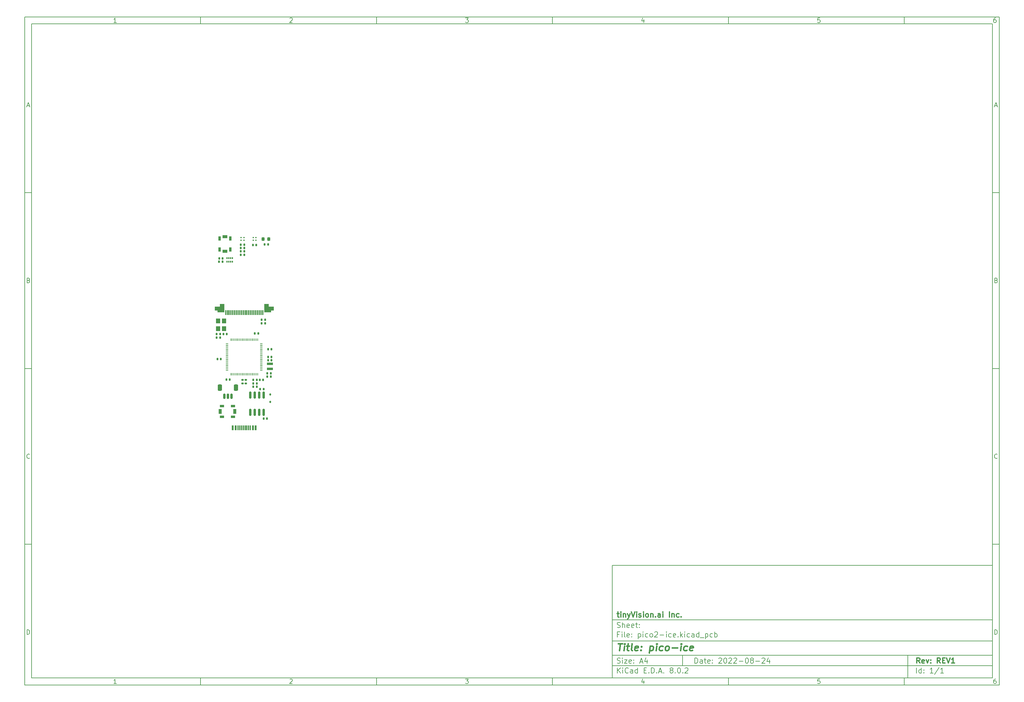
<source format=gbr>
%TF.GenerationSoftware,KiCad,Pcbnew,8.0.2*%
%TF.CreationDate,2024-10-27T15:33:14-07:00*%
%TF.ProjectId,pico2-ice,7069636f-322d-4696-9365-2e6b69636164,REV1*%
%TF.SameCoordinates,Original*%
%TF.FileFunction,Paste,Top*%
%TF.FilePolarity,Positive*%
%FSLAX46Y46*%
G04 Gerber Fmt 4.6, Leading zero omitted, Abs format (unit mm)*
G04 Created by KiCad (PCBNEW 8.0.2) date 2024-10-27 15:33:14*
%MOMM*%
%LPD*%
G01*
G04 APERTURE LIST*
G04 Aperture macros list*
%AMRoundRect*
0 Rectangle with rounded corners*
0 $1 Rounding radius*
0 $2 $3 $4 $5 $6 $7 $8 $9 X,Y pos of 4 corners*
0 Add a 4 corners polygon primitive as box body*
4,1,4,$2,$3,$4,$5,$6,$7,$8,$9,$2,$3,0*
0 Add four circle primitives for the rounded corners*
1,1,$1+$1,$2,$3*
1,1,$1+$1,$4,$5*
1,1,$1+$1,$6,$7*
1,1,$1+$1,$8,$9*
0 Add four rect primitives between the rounded corners*
20,1,$1+$1,$2,$3,$4,$5,0*
20,1,$1+$1,$4,$5,$6,$7,0*
20,1,$1+$1,$6,$7,$8,$9,0*
20,1,$1+$1,$8,$9,$2,$3,0*%
%AMFreePoly0*
4,1,21,1.328536,0.903536,1.330000,0.900000,1.330000,-1.400000,1.328536,-1.403536,1.325000,-1.405000,0.075000,-1.405000,0.071464,-1.403536,0.070000,-1.400000,0.070000,-0.705000,-1.325000,-0.705000,-1.328536,-0.703536,-1.330000,-0.700000,-1.330000,0.400000,-1.328536,0.403536,-1.325000,0.405000,-0.630000,0.405000,-0.630000,0.900000,-0.628536,0.903536,-0.625000,0.905000,1.325000,0.905000,
1.328536,0.903536,1.328536,0.903536,$1*%
%AMFreePoly1*
4,1,21,0.628536,0.903536,0.630000,0.900000,0.630000,0.405000,1.325000,0.405000,1.328536,0.403536,1.330000,0.400000,1.330000,-0.700000,1.328536,-0.703536,1.325000,-0.705000,-0.070000,-0.705000,-0.070000,-1.400000,-0.071464,-1.403536,-0.075000,-1.405000,-1.325000,-1.405000,-1.328536,-1.403536,-1.330000,-1.400000,-1.330000,0.900000,-1.328536,0.903536,-1.325000,0.905000,0.625000,0.905000,
0.628536,0.903536,0.628536,0.903536,$1*%
G04 Aperture macros list end*
%ADD10C,0.100000*%
%ADD11C,0.150000*%
%ADD12C,0.300000*%
%ADD13C,0.400000*%
%ADD14RoundRect,0.135000X0.135000X0.185000X-0.135000X0.185000X-0.135000X-0.185000X0.135000X-0.185000X0*%
%ADD15RoundRect,0.140000X0.140000X0.170000X-0.140000X0.170000X-0.140000X-0.170000X0.140000X-0.170000X0*%
%ADD16R,0.430000X0.430000*%
%ADD17RoundRect,0.135000X-0.135000X-0.185000X0.135000X-0.185000X0.135000X0.185000X-0.135000X0.185000X0*%
%ADD18RoundRect,0.140000X-0.170000X0.140000X-0.170000X-0.140000X0.170000X-0.140000X0.170000X0.140000X0*%
%ADD19RoundRect,0.140000X-0.140000X-0.170000X0.140000X-0.170000X0.140000X0.170000X-0.140000X0.170000X0*%
%ADD20RoundRect,0.218750X0.218750X0.256250X-0.218750X0.256250X-0.218750X-0.256250X0.218750X-0.256250X0*%
%ADD21R,1.400000X0.950000*%
%ADD22R,0.750000X1.150000*%
%ADD23RoundRect,0.112500X0.112500X-0.187500X0.112500X0.187500X-0.112500X0.187500X-0.112500X-0.187500X0*%
%ADD24R,0.600000X1.450000*%
%ADD25R,0.300000X1.450000*%
%ADD26RoundRect,0.150000X-0.150000X-0.625000X0.150000X-0.625000X0.150000X0.625000X-0.150000X0.625000X0*%
%ADD27RoundRect,0.250000X-0.350000X-0.650000X0.350000X-0.650000X0.350000X0.650000X-0.350000X0.650000X0*%
%ADD28RoundRect,0.150000X-0.150000X0.825000X-0.150000X-0.825000X0.150000X-0.825000X0.150000X0.825000X0*%
%ADD29R,1.700000X0.700000*%
%ADD30R,0.950000X1.400000*%
%ADD31R,1.150000X0.750000*%
%ADD32R,0.320000X0.500000*%
%ADD33R,0.100000X0.100000*%
%ADD34R,0.220000X0.780000*%
%ADD35R,0.780000X0.220000*%
%ADD36R,1.200000X1.400000*%
%ADD37R,0.300000X1.400000*%
%ADD38FreePoly0,180.000000*%
%ADD39FreePoly1,180.000000*%
G04 APERTURE END LIST*
D10*
D11*
X177002200Y-166007200D02*
X285002200Y-166007200D01*
X285002200Y-198007200D01*
X177002200Y-198007200D01*
X177002200Y-166007200D01*
D10*
D11*
X10000000Y-10000000D02*
X287002200Y-10000000D01*
X287002200Y-200007200D01*
X10000000Y-200007200D01*
X10000000Y-10000000D01*
D10*
D11*
X12000000Y-12000000D02*
X285002200Y-12000000D01*
X285002200Y-198007200D01*
X12000000Y-198007200D01*
X12000000Y-12000000D01*
D10*
D11*
X60000000Y-12000000D02*
X60000000Y-10000000D01*
D10*
D11*
X110000000Y-12000000D02*
X110000000Y-10000000D01*
D10*
D11*
X160000000Y-12000000D02*
X160000000Y-10000000D01*
D10*
D11*
X210000000Y-12000000D02*
X210000000Y-10000000D01*
D10*
D11*
X260000000Y-12000000D02*
X260000000Y-10000000D01*
D10*
D11*
X36089160Y-11593604D02*
X35346303Y-11593604D01*
X35717731Y-11593604D02*
X35717731Y-10293604D01*
X35717731Y-10293604D02*
X35593922Y-10479319D01*
X35593922Y-10479319D02*
X35470112Y-10603128D01*
X35470112Y-10603128D02*
X35346303Y-10665033D01*
D10*
D11*
X85346303Y-10417414D02*
X85408207Y-10355509D01*
X85408207Y-10355509D02*
X85532017Y-10293604D01*
X85532017Y-10293604D02*
X85841541Y-10293604D01*
X85841541Y-10293604D02*
X85965350Y-10355509D01*
X85965350Y-10355509D02*
X86027255Y-10417414D01*
X86027255Y-10417414D02*
X86089160Y-10541223D01*
X86089160Y-10541223D02*
X86089160Y-10665033D01*
X86089160Y-10665033D02*
X86027255Y-10850747D01*
X86027255Y-10850747D02*
X85284398Y-11593604D01*
X85284398Y-11593604D02*
X86089160Y-11593604D01*
D10*
D11*
X135284398Y-10293604D02*
X136089160Y-10293604D01*
X136089160Y-10293604D02*
X135655826Y-10788842D01*
X135655826Y-10788842D02*
X135841541Y-10788842D01*
X135841541Y-10788842D02*
X135965350Y-10850747D01*
X135965350Y-10850747D02*
X136027255Y-10912652D01*
X136027255Y-10912652D02*
X136089160Y-11036461D01*
X136089160Y-11036461D02*
X136089160Y-11345985D01*
X136089160Y-11345985D02*
X136027255Y-11469795D01*
X136027255Y-11469795D02*
X135965350Y-11531700D01*
X135965350Y-11531700D02*
X135841541Y-11593604D01*
X135841541Y-11593604D02*
X135470112Y-11593604D01*
X135470112Y-11593604D02*
X135346303Y-11531700D01*
X135346303Y-11531700D02*
X135284398Y-11469795D01*
D10*
D11*
X185965350Y-10726938D02*
X185965350Y-11593604D01*
X185655826Y-10231700D02*
X185346303Y-11160271D01*
X185346303Y-11160271D02*
X186151064Y-11160271D01*
D10*
D11*
X236027255Y-10293604D02*
X235408207Y-10293604D01*
X235408207Y-10293604D02*
X235346303Y-10912652D01*
X235346303Y-10912652D02*
X235408207Y-10850747D01*
X235408207Y-10850747D02*
X235532017Y-10788842D01*
X235532017Y-10788842D02*
X235841541Y-10788842D01*
X235841541Y-10788842D02*
X235965350Y-10850747D01*
X235965350Y-10850747D02*
X236027255Y-10912652D01*
X236027255Y-10912652D02*
X236089160Y-11036461D01*
X236089160Y-11036461D02*
X236089160Y-11345985D01*
X236089160Y-11345985D02*
X236027255Y-11469795D01*
X236027255Y-11469795D02*
X235965350Y-11531700D01*
X235965350Y-11531700D02*
X235841541Y-11593604D01*
X235841541Y-11593604D02*
X235532017Y-11593604D01*
X235532017Y-11593604D02*
X235408207Y-11531700D01*
X235408207Y-11531700D02*
X235346303Y-11469795D01*
D10*
D11*
X285965350Y-10293604D02*
X285717731Y-10293604D01*
X285717731Y-10293604D02*
X285593922Y-10355509D01*
X285593922Y-10355509D02*
X285532017Y-10417414D01*
X285532017Y-10417414D02*
X285408207Y-10603128D01*
X285408207Y-10603128D02*
X285346303Y-10850747D01*
X285346303Y-10850747D02*
X285346303Y-11345985D01*
X285346303Y-11345985D02*
X285408207Y-11469795D01*
X285408207Y-11469795D02*
X285470112Y-11531700D01*
X285470112Y-11531700D02*
X285593922Y-11593604D01*
X285593922Y-11593604D02*
X285841541Y-11593604D01*
X285841541Y-11593604D02*
X285965350Y-11531700D01*
X285965350Y-11531700D02*
X286027255Y-11469795D01*
X286027255Y-11469795D02*
X286089160Y-11345985D01*
X286089160Y-11345985D02*
X286089160Y-11036461D01*
X286089160Y-11036461D02*
X286027255Y-10912652D01*
X286027255Y-10912652D02*
X285965350Y-10850747D01*
X285965350Y-10850747D02*
X285841541Y-10788842D01*
X285841541Y-10788842D02*
X285593922Y-10788842D01*
X285593922Y-10788842D02*
X285470112Y-10850747D01*
X285470112Y-10850747D02*
X285408207Y-10912652D01*
X285408207Y-10912652D02*
X285346303Y-11036461D01*
D10*
D11*
X60000000Y-198007200D02*
X60000000Y-200007200D01*
D10*
D11*
X110000000Y-198007200D02*
X110000000Y-200007200D01*
D10*
D11*
X160000000Y-198007200D02*
X160000000Y-200007200D01*
D10*
D11*
X210000000Y-198007200D02*
X210000000Y-200007200D01*
D10*
D11*
X260000000Y-198007200D02*
X260000000Y-200007200D01*
D10*
D11*
X36089160Y-199600804D02*
X35346303Y-199600804D01*
X35717731Y-199600804D02*
X35717731Y-198300804D01*
X35717731Y-198300804D02*
X35593922Y-198486519D01*
X35593922Y-198486519D02*
X35470112Y-198610328D01*
X35470112Y-198610328D02*
X35346303Y-198672233D01*
D10*
D11*
X85346303Y-198424614D02*
X85408207Y-198362709D01*
X85408207Y-198362709D02*
X85532017Y-198300804D01*
X85532017Y-198300804D02*
X85841541Y-198300804D01*
X85841541Y-198300804D02*
X85965350Y-198362709D01*
X85965350Y-198362709D02*
X86027255Y-198424614D01*
X86027255Y-198424614D02*
X86089160Y-198548423D01*
X86089160Y-198548423D02*
X86089160Y-198672233D01*
X86089160Y-198672233D02*
X86027255Y-198857947D01*
X86027255Y-198857947D02*
X85284398Y-199600804D01*
X85284398Y-199600804D02*
X86089160Y-199600804D01*
D10*
D11*
X135284398Y-198300804D02*
X136089160Y-198300804D01*
X136089160Y-198300804D02*
X135655826Y-198796042D01*
X135655826Y-198796042D02*
X135841541Y-198796042D01*
X135841541Y-198796042D02*
X135965350Y-198857947D01*
X135965350Y-198857947D02*
X136027255Y-198919852D01*
X136027255Y-198919852D02*
X136089160Y-199043661D01*
X136089160Y-199043661D02*
X136089160Y-199353185D01*
X136089160Y-199353185D02*
X136027255Y-199476995D01*
X136027255Y-199476995D02*
X135965350Y-199538900D01*
X135965350Y-199538900D02*
X135841541Y-199600804D01*
X135841541Y-199600804D02*
X135470112Y-199600804D01*
X135470112Y-199600804D02*
X135346303Y-199538900D01*
X135346303Y-199538900D02*
X135284398Y-199476995D01*
D10*
D11*
X185965350Y-198734138D02*
X185965350Y-199600804D01*
X185655826Y-198238900D02*
X185346303Y-199167471D01*
X185346303Y-199167471D02*
X186151064Y-199167471D01*
D10*
D11*
X236027255Y-198300804D02*
X235408207Y-198300804D01*
X235408207Y-198300804D02*
X235346303Y-198919852D01*
X235346303Y-198919852D02*
X235408207Y-198857947D01*
X235408207Y-198857947D02*
X235532017Y-198796042D01*
X235532017Y-198796042D02*
X235841541Y-198796042D01*
X235841541Y-198796042D02*
X235965350Y-198857947D01*
X235965350Y-198857947D02*
X236027255Y-198919852D01*
X236027255Y-198919852D02*
X236089160Y-199043661D01*
X236089160Y-199043661D02*
X236089160Y-199353185D01*
X236089160Y-199353185D02*
X236027255Y-199476995D01*
X236027255Y-199476995D02*
X235965350Y-199538900D01*
X235965350Y-199538900D02*
X235841541Y-199600804D01*
X235841541Y-199600804D02*
X235532017Y-199600804D01*
X235532017Y-199600804D02*
X235408207Y-199538900D01*
X235408207Y-199538900D02*
X235346303Y-199476995D01*
D10*
D11*
X285965350Y-198300804D02*
X285717731Y-198300804D01*
X285717731Y-198300804D02*
X285593922Y-198362709D01*
X285593922Y-198362709D02*
X285532017Y-198424614D01*
X285532017Y-198424614D02*
X285408207Y-198610328D01*
X285408207Y-198610328D02*
X285346303Y-198857947D01*
X285346303Y-198857947D02*
X285346303Y-199353185D01*
X285346303Y-199353185D02*
X285408207Y-199476995D01*
X285408207Y-199476995D02*
X285470112Y-199538900D01*
X285470112Y-199538900D02*
X285593922Y-199600804D01*
X285593922Y-199600804D02*
X285841541Y-199600804D01*
X285841541Y-199600804D02*
X285965350Y-199538900D01*
X285965350Y-199538900D02*
X286027255Y-199476995D01*
X286027255Y-199476995D02*
X286089160Y-199353185D01*
X286089160Y-199353185D02*
X286089160Y-199043661D01*
X286089160Y-199043661D02*
X286027255Y-198919852D01*
X286027255Y-198919852D02*
X285965350Y-198857947D01*
X285965350Y-198857947D02*
X285841541Y-198796042D01*
X285841541Y-198796042D02*
X285593922Y-198796042D01*
X285593922Y-198796042D02*
X285470112Y-198857947D01*
X285470112Y-198857947D02*
X285408207Y-198919852D01*
X285408207Y-198919852D02*
X285346303Y-199043661D01*
D10*
D11*
X10000000Y-60000000D02*
X12000000Y-60000000D01*
D10*
D11*
X10000000Y-110000000D02*
X12000000Y-110000000D01*
D10*
D11*
X10000000Y-160000000D02*
X12000000Y-160000000D01*
D10*
D11*
X10690476Y-35222176D02*
X11309523Y-35222176D01*
X10566666Y-35593604D02*
X10999999Y-34293604D01*
X10999999Y-34293604D02*
X11433333Y-35593604D01*
D10*
D11*
X11092857Y-84912652D02*
X11278571Y-84974557D01*
X11278571Y-84974557D02*
X11340476Y-85036461D01*
X11340476Y-85036461D02*
X11402380Y-85160271D01*
X11402380Y-85160271D02*
X11402380Y-85345985D01*
X11402380Y-85345985D02*
X11340476Y-85469795D01*
X11340476Y-85469795D02*
X11278571Y-85531700D01*
X11278571Y-85531700D02*
X11154761Y-85593604D01*
X11154761Y-85593604D02*
X10659523Y-85593604D01*
X10659523Y-85593604D02*
X10659523Y-84293604D01*
X10659523Y-84293604D02*
X11092857Y-84293604D01*
X11092857Y-84293604D02*
X11216666Y-84355509D01*
X11216666Y-84355509D02*
X11278571Y-84417414D01*
X11278571Y-84417414D02*
X11340476Y-84541223D01*
X11340476Y-84541223D02*
X11340476Y-84665033D01*
X11340476Y-84665033D02*
X11278571Y-84788842D01*
X11278571Y-84788842D02*
X11216666Y-84850747D01*
X11216666Y-84850747D02*
X11092857Y-84912652D01*
X11092857Y-84912652D02*
X10659523Y-84912652D01*
D10*
D11*
X11402380Y-135469795D02*
X11340476Y-135531700D01*
X11340476Y-135531700D02*
X11154761Y-135593604D01*
X11154761Y-135593604D02*
X11030952Y-135593604D01*
X11030952Y-135593604D02*
X10845238Y-135531700D01*
X10845238Y-135531700D02*
X10721428Y-135407890D01*
X10721428Y-135407890D02*
X10659523Y-135284080D01*
X10659523Y-135284080D02*
X10597619Y-135036461D01*
X10597619Y-135036461D02*
X10597619Y-134850747D01*
X10597619Y-134850747D02*
X10659523Y-134603128D01*
X10659523Y-134603128D02*
X10721428Y-134479319D01*
X10721428Y-134479319D02*
X10845238Y-134355509D01*
X10845238Y-134355509D02*
X11030952Y-134293604D01*
X11030952Y-134293604D02*
X11154761Y-134293604D01*
X11154761Y-134293604D02*
X11340476Y-134355509D01*
X11340476Y-134355509D02*
X11402380Y-134417414D01*
D10*
D11*
X10659523Y-185593604D02*
X10659523Y-184293604D01*
X10659523Y-184293604D02*
X10969047Y-184293604D01*
X10969047Y-184293604D02*
X11154761Y-184355509D01*
X11154761Y-184355509D02*
X11278571Y-184479319D01*
X11278571Y-184479319D02*
X11340476Y-184603128D01*
X11340476Y-184603128D02*
X11402380Y-184850747D01*
X11402380Y-184850747D02*
X11402380Y-185036461D01*
X11402380Y-185036461D02*
X11340476Y-185284080D01*
X11340476Y-185284080D02*
X11278571Y-185407890D01*
X11278571Y-185407890D02*
X11154761Y-185531700D01*
X11154761Y-185531700D02*
X10969047Y-185593604D01*
X10969047Y-185593604D02*
X10659523Y-185593604D01*
D10*
D11*
X287002200Y-60000000D02*
X285002200Y-60000000D01*
D10*
D11*
X287002200Y-110000000D02*
X285002200Y-110000000D01*
D10*
D11*
X287002200Y-160000000D02*
X285002200Y-160000000D01*
D10*
D11*
X285692676Y-35222176D02*
X286311723Y-35222176D01*
X285568866Y-35593604D02*
X286002199Y-34293604D01*
X286002199Y-34293604D02*
X286435533Y-35593604D01*
D10*
D11*
X286095057Y-84912652D02*
X286280771Y-84974557D01*
X286280771Y-84974557D02*
X286342676Y-85036461D01*
X286342676Y-85036461D02*
X286404580Y-85160271D01*
X286404580Y-85160271D02*
X286404580Y-85345985D01*
X286404580Y-85345985D02*
X286342676Y-85469795D01*
X286342676Y-85469795D02*
X286280771Y-85531700D01*
X286280771Y-85531700D02*
X286156961Y-85593604D01*
X286156961Y-85593604D02*
X285661723Y-85593604D01*
X285661723Y-85593604D02*
X285661723Y-84293604D01*
X285661723Y-84293604D02*
X286095057Y-84293604D01*
X286095057Y-84293604D02*
X286218866Y-84355509D01*
X286218866Y-84355509D02*
X286280771Y-84417414D01*
X286280771Y-84417414D02*
X286342676Y-84541223D01*
X286342676Y-84541223D02*
X286342676Y-84665033D01*
X286342676Y-84665033D02*
X286280771Y-84788842D01*
X286280771Y-84788842D02*
X286218866Y-84850747D01*
X286218866Y-84850747D02*
X286095057Y-84912652D01*
X286095057Y-84912652D02*
X285661723Y-84912652D01*
D10*
D11*
X286404580Y-135469795D02*
X286342676Y-135531700D01*
X286342676Y-135531700D02*
X286156961Y-135593604D01*
X286156961Y-135593604D02*
X286033152Y-135593604D01*
X286033152Y-135593604D02*
X285847438Y-135531700D01*
X285847438Y-135531700D02*
X285723628Y-135407890D01*
X285723628Y-135407890D02*
X285661723Y-135284080D01*
X285661723Y-135284080D02*
X285599819Y-135036461D01*
X285599819Y-135036461D02*
X285599819Y-134850747D01*
X285599819Y-134850747D02*
X285661723Y-134603128D01*
X285661723Y-134603128D02*
X285723628Y-134479319D01*
X285723628Y-134479319D02*
X285847438Y-134355509D01*
X285847438Y-134355509D02*
X286033152Y-134293604D01*
X286033152Y-134293604D02*
X286156961Y-134293604D01*
X286156961Y-134293604D02*
X286342676Y-134355509D01*
X286342676Y-134355509D02*
X286404580Y-134417414D01*
D10*
D11*
X285661723Y-185593604D02*
X285661723Y-184293604D01*
X285661723Y-184293604D02*
X285971247Y-184293604D01*
X285971247Y-184293604D02*
X286156961Y-184355509D01*
X286156961Y-184355509D02*
X286280771Y-184479319D01*
X286280771Y-184479319D02*
X286342676Y-184603128D01*
X286342676Y-184603128D02*
X286404580Y-184850747D01*
X286404580Y-184850747D02*
X286404580Y-185036461D01*
X286404580Y-185036461D02*
X286342676Y-185284080D01*
X286342676Y-185284080D02*
X286280771Y-185407890D01*
X286280771Y-185407890D02*
X286156961Y-185531700D01*
X286156961Y-185531700D02*
X285971247Y-185593604D01*
X285971247Y-185593604D02*
X285661723Y-185593604D01*
D10*
D11*
X200458026Y-193793328D02*
X200458026Y-192293328D01*
X200458026Y-192293328D02*
X200815169Y-192293328D01*
X200815169Y-192293328D02*
X201029455Y-192364757D01*
X201029455Y-192364757D02*
X201172312Y-192507614D01*
X201172312Y-192507614D02*
X201243741Y-192650471D01*
X201243741Y-192650471D02*
X201315169Y-192936185D01*
X201315169Y-192936185D02*
X201315169Y-193150471D01*
X201315169Y-193150471D02*
X201243741Y-193436185D01*
X201243741Y-193436185D02*
X201172312Y-193579042D01*
X201172312Y-193579042D02*
X201029455Y-193721900D01*
X201029455Y-193721900D02*
X200815169Y-193793328D01*
X200815169Y-193793328D02*
X200458026Y-193793328D01*
X202600884Y-193793328D02*
X202600884Y-193007614D01*
X202600884Y-193007614D02*
X202529455Y-192864757D01*
X202529455Y-192864757D02*
X202386598Y-192793328D01*
X202386598Y-192793328D02*
X202100884Y-192793328D01*
X202100884Y-192793328D02*
X201958026Y-192864757D01*
X202600884Y-193721900D02*
X202458026Y-193793328D01*
X202458026Y-193793328D02*
X202100884Y-193793328D01*
X202100884Y-193793328D02*
X201958026Y-193721900D01*
X201958026Y-193721900D02*
X201886598Y-193579042D01*
X201886598Y-193579042D02*
X201886598Y-193436185D01*
X201886598Y-193436185D02*
X201958026Y-193293328D01*
X201958026Y-193293328D02*
X202100884Y-193221900D01*
X202100884Y-193221900D02*
X202458026Y-193221900D01*
X202458026Y-193221900D02*
X202600884Y-193150471D01*
X203100884Y-192793328D02*
X203672312Y-192793328D01*
X203315169Y-192293328D02*
X203315169Y-193579042D01*
X203315169Y-193579042D02*
X203386598Y-193721900D01*
X203386598Y-193721900D02*
X203529455Y-193793328D01*
X203529455Y-193793328D02*
X203672312Y-193793328D01*
X204743741Y-193721900D02*
X204600884Y-193793328D01*
X204600884Y-193793328D02*
X204315170Y-193793328D01*
X204315170Y-193793328D02*
X204172312Y-193721900D01*
X204172312Y-193721900D02*
X204100884Y-193579042D01*
X204100884Y-193579042D02*
X204100884Y-193007614D01*
X204100884Y-193007614D02*
X204172312Y-192864757D01*
X204172312Y-192864757D02*
X204315170Y-192793328D01*
X204315170Y-192793328D02*
X204600884Y-192793328D01*
X204600884Y-192793328D02*
X204743741Y-192864757D01*
X204743741Y-192864757D02*
X204815170Y-193007614D01*
X204815170Y-193007614D02*
X204815170Y-193150471D01*
X204815170Y-193150471D02*
X204100884Y-193293328D01*
X205458026Y-193650471D02*
X205529455Y-193721900D01*
X205529455Y-193721900D02*
X205458026Y-193793328D01*
X205458026Y-193793328D02*
X205386598Y-193721900D01*
X205386598Y-193721900D02*
X205458026Y-193650471D01*
X205458026Y-193650471D02*
X205458026Y-193793328D01*
X205458026Y-192864757D02*
X205529455Y-192936185D01*
X205529455Y-192936185D02*
X205458026Y-193007614D01*
X205458026Y-193007614D02*
X205386598Y-192936185D01*
X205386598Y-192936185D02*
X205458026Y-192864757D01*
X205458026Y-192864757D02*
X205458026Y-193007614D01*
X207243741Y-192436185D02*
X207315169Y-192364757D01*
X207315169Y-192364757D02*
X207458027Y-192293328D01*
X207458027Y-192293328D02*
X207815169Y-192293328D01*
X207815169Y-192293328D02*
X207958027Y-192364757D01*
X207958027Y-192364757D02*
X208029455Y-192436185D01*
X208029455Y-192436185D02*
X208100884Y-192579042D01*
X208100884Y-192579042D02*
X208100884Y-192721900D01*
X208100884Y-192721900D02*
X208029455Y-192936185D01*
X208029455Y-192936185D02*
X207172312Y-193793328D01*
X207172312Y-193793328D02*
X208100884Y-193793328D01*
X209029455Y-192293328D02*
X209172312Y-192293328D01*
X209172312Y-192293328D02*
X209315169Y-192364757D01*
X209315169Y-192364757D02*
X209386598Y-192436185D01*
X209386598Y-192436185D02*
X209458026Y-192579042D01*
X209458026Y-192579042D02*
X209529455Y-192864757D01*
X209529455Y-192864757D02*
X209529455Y-193221900D01*
X209529455Y-193221900D02*
X209458026Y-193507614D01*
X209458026Y-193507614D02*
X209386598Y-193650471D01*
X209386598Y-193650471D02*
X209315169Y-193721900D01*
X209315169Y-193721900D02*
X209172312Y-193793328D01*
X209172312Y-193793328D02*
X209029455Y-193793328D01*
X209029455Y-193793328D02*
X208886598Y-193721900D01*
X208886598Y-193721900D02*
X208815169Y-193650471D01*
X208815169Y-193650471D02*
X208743740Y-193507614D01*
X208743740Y-193507614D02*
X208672312Y-193221900D01*
X208672312Y-193221900D02*
X208672312Y-192864757D01*
X208672312Y-192864757D02*
X208743740Y-192579042D01*
X208743740Y-192579042D02*
X208815169Y-192436185D01*
X208815169Y-192436185D02*
X208886598Y-192364757D01*
X208886598Y-192364757D02*
X209029455Y-192293328D01*
X210100883Y-192436185D02*
X210172311Y-192364757D01*
X210172311Y-192364757D02*
X210315169Y-192293328D01*
X210315169Y-192293328D02*
X210672311Y-192293328D01*
X210672311Y-192293328D02*
X210815169Y-192364757D01*
X210815169Y-192364757D02*
X210886597Y-192436185D01*
X210886597Y-192436185D02*
X210958026Y-192579042D01*
X210958026Y-192579042D02*
X210958026Y-192721900D01*
X210958026Y-192721900D02*
X210886597Y-192936185D01*
X210886597Y-192936185D02*
X210029454Y-193793328D01*
X210029454Y-193793328D02*
X210958026Y-193793328D01*
X211529454Y-192436185D02*
X211600882Y-192364757D01*
X211600882Y-192364757D02*
X211743740Y-192293328D01*
X211743740Y-192293328D02*
X212100882Y-192293328D01*
X212100882Y-192293328D02*
X212243740Y-192364757D01*
X212243740Y-192364757D02*
X212315168Y-192436185D01*
X212315168Y-192436185D02*
X212386597Y-192579042D01*
X212386597Y-192579042D02*
X212386597Y-192721900D01*
X212386597Y-192721900D02*
X212315168Y-192936185D01*
X212315168Y-192936185D02*
X211458025Y-193793328D01*
X211458025Y-193793328D02*
X212386597Y-193793328D01*
X213029453Y-193221900D02*
X214172311Y-193221900D01*
X215172311Y-192293328D02*
X215315168Y-192293328D01*
X215315168Y-192293328D02*
X215458025Y-192364757D01*
X215458025Y-192364757D02*
X215529454Y-192436185D01*
X215529454Y-192436185D02*
X215600882Y-192579042D01*
X215600882Y-192579042D02*
X215672311Y-192864757D01*
X215672311Y-192864757D02*
X215672311Y-193221900D01*
X215672311Y-193221900D02*
X215600882Y-193507614D01*
X215600882Y-193507614D02*
X215529454Y-193650471D01*
X215529454Y-193650471D02*
X215458025Y-193721900D01*
X215458025Y-193721900D02*
X215315168Y-193793328D01*
X215315168Y-193793328D02*
X215172311Y-193793328D01*
X215172311Y-193793328D02*
X215029454Y-193721900D01*
X215029454Y-193721900D02*
X214958025Y-193650471D01*
X214958025Y-193650471D02*
X214886596Y-193507614D01*
X214886596Y-193507614D02*
X214815168Y-193221900D01*
X214815168Y-193221900D02*
X214815168Y-192864757D01*
X214815168Y-192864757D02*
X214886596Y-192579042D01*
X214886596Y-192579042D02*
X214958025Y-192436185D01*
X214958025Y-192436185D02*
X215029454Y-192364757D01*
X215029454Y-192364757D02*
X215172311Y-192293328D01*
X216529453Y-192936185D02*
X216386596Y-192864757D01*
X216386596Y-192864757D02*
X216315167Y-192793328D01*
X216315167Y-192793328D02*
X216243739Y-192650471D01*
X216243739Y-192650471D02*
X216243739Y-192579042D01*
X216243739Y-192579042D02*
X216315167Y-192436185D01*
X216315167Y-192436185D02*
X216386596Y-192364757D01*
X216386596Y-192364757D02*
X216529453Y-192293328D01*
X216529453Y-192293328D02*
X216815167Y-192293328D01*
X216815167Y-192293328D02*
X216958025Y-192364757D01*
X216958025Y-192364757D02*
X217029453Y-192436185D01*
X217029453Y-192436185D02*
X217100882Y-192579042D01*
X217100882Y-192579042D02*
X217100882Y-192650471D01*
X217100882Y-192650471D02*
X217029453Y-192793328D01*
X217029453Y-192793328D02*
X216958025Y-192864757D01*
X216958025Y-192864757D02*
X216815167Y-192936185D01*
X216815167Y-192936185D02*
X216529453Y-192936185D01*
X216529453Y-192936185D02*
X216386596Y-193007614D01*
X216386596Y-193007614D02*
X216315167Y-193079042D01*
X216315167Y-193079042D02*
X216243739Y-193221900D01*
X216243739Y-193221900D02*
X216243739Y-193507614D01*
X216243739Y-193507614D02*
X216315167Y-193650471D01*
X216315167Y-193650471D02*
X216386596Y-193721900D01*
X216386596Y-193721900D02*
X216529453Y-193793328D01*
X216529453Y-193793328D02*
X216815167Y-193793328D01*
X216815167Y-193793328D02*
X216958025Y-193721900D01*
X216958025Y-193721900D02*
X217029453Y-193650471D01*
X217029453Y-193650471D02*
X217100882Y-193507614D01*
X217100882Y-193507614D02*
X217100882Y-193221900D01*
X217100882Y-193221900D02*
X217029453Y-193079042D01*
X217029453Y-193079042D02*
X216958025Y-193007614D01*
X216958025Y-193007614D02*
X216815167Y-192936185D01*
X217743738Y-193221900D02*
X218886596Y-193221900D01*
X219529453Y-192436185D02*
X219600881Y-192364757D01*
X219600881Y-192364757D02*
X219743739Y-192293328D01*
X219743739Y-192293328D02*
X220100881Y-192293328D01*
X220100881Y-192293328D02*
X220243739Y-192364757D01*
X220243739Y-192364757D02*
X220315167Y-192436185D01*
X220315167Y-192436185D02*
X220386596Y-192579042D01*
X220386596Y-192579042D02*
X220386596Y-192721900D01*
X220386596Y-192721900D02*
X220315167Y-192936185D01*
X220315167Y-192936185D02*
X219458024Y-193793328D01*
X219458024Y-193793328D02*
X220386596Y-193793328D01*
X221672310Y-192793328D02*
X221672310Y-193793328D01*
X221315167Y-192221900D02*
X220958024Y-193293328D01*
X220958024Y-193293328D02*
X221886595Y-193293328D01*
D10*
D11*
X177002200Y-194507200D02*
X285002200Y-194507200D01*
D10*
D11*
X178458026Y-196593328D02*
X178458026Y-195093328D01*
X179315169Y-196593328D02*
X178672312Y-195736185D01*
X179315169Y-195093328D02*
X178458026Y-195950471D01*
X179958026Y-196593328D02*
X179958026Y-195593328D01*
X179958026Y-195093328D02*
X179886598Y-195164757D01*
X179886598Y-195164757D02*
X179958026Y-195236185D01*
X179958026Y-195236185D02*
X180029455Y-195164757D01*
X180029455Y-195164757D02*
X179958026Y-195093328D01*
X179958026Y-195093328D02*
X179958026Y-195236185D01*
X181529455Y-196450471D02*
X181458027Y-196521900D01*
X181458027Y-196521900D02*
X181243741Y-196593328D01*
X181243741Y-196593328D02*
X181100884Y-196593328D01*
X181100884Y-196593328D02*
X180886598Y-196521900D01*
X180886598Y-196521900D02*
X180743741Y-196379042D01*
X180743741Y-196379042D02*
X180672312Y-196236185D01*
X180672312Y-196236185D02*
X180600884Y-195950471D01*
X180600884Y-195950471D02*
X180600884Y-195736185D01*
X180600884Y-195736185D02*
X180672312Y-195450471D01*
X180672312Y-195450471D02*
X180743741Y-195307614D01*
X180743741Y-195307614D02*
X180886598Y-195164757D01*
X180886598Y-195164757D02*
X181100884Y-195093328D01*
X181100884Y-195093328D02*
X181243741Y-195093328D01*
X181243741Y-195093328D02*
X181458027Y-195164757D01*
X181458027Y-195164757D02*
X181529455Y-195236185D01*
X182815170Y-196593328D02*
X182815170Y-195807614D01*
X182815170Y-195807614D02*
X182743741Y-195664757D01*
X182743741Y-195664757D02*
X182600884Y-195593328D01*
X182600884Y-195593328D02*
X182315170Y-195593328D01*
X182315170Y-195593328D02*
X182172312Y-195664757D01*
X182815170Y-196521900D02*
X182672312Y-196593328D01*
X182672312Y-196593328D02*
X182315170Y-196593328D01*
X182315170Y-196593328D02*
X182172312Y-196521900D01*
X182172312Y-196521900D02*
X182100884Y-196379042D01*
X182100884Y-196379042D02*
X182100884Y-196236185D01*
X182100884Y-196236185D02*
X182172312Y-196093328D01*
X182172312Y-196093328D02*
X182315170Y-196021900D01*
X182315170Y-196021900D02*
X182672312Y-196021900D01*
X182672312Y-196021900D02*
X182815170Y-195950471D01*
X184172313Y-196593328D02*
X184172313Y-195093328D01*
X184172313Y-196521900D02*
X184029455Y-196593328D01*
X184029455Y-196593328D02*
X183743741Y-196593328D01*
X183743741Y-196593328D02*
X183600884Y-196521900D01*
X183600884Y-196521900D02*
X183529455Y-196450471D01*
X183529455Y-196450471D02*
X183458027Y-196307614D01*
X183458027Y-196307614D02*
X183458027Y-195879042D01*
X183458027Y-195879042D02*
X183529455Y-195736185D01*
X183529455Y-195736185D02*
X183600884Y-195664757D01*
X183600884Y-195664757D02*
X183743741Y-195593328D01*
X183743741Y-195593328D02*
X184029455Y-195593328D01*
X184029455Y-195593328D02*
X184172313Y-195664757D01*
X186029455Y-195807614D02*
X186529455Y-195807614D01*
X186743741Y-196593328D02*
X186029455Y-196593328D01*
X186029455Y-196593328D02*
X186029455Y-195093328D01*
X186029455Y-195093328D02*
X186743741Y-195093328D01*
X187386598Y-196450471D02*
X187458027Y-196521900D01*
X187458027Y-196521900D02*
X187386598Y-196593328D01*
X187386598Y-196593328D02*
X187315170Y-196521900D01*
X187315170Y-196521900D02*
X187386598Y-196450471D01*
X187386598Y-196450471D02*
X187386598Y-196593328D01*
X188100884Y-196593328D02*
X188100884Y-195093328D01*
X188100884Y-195093328D02*
X188458027Y-195093328D01*
X188458027Y-195093328D02*
X188672313Y-195164757D01*
X188672313Y-195164757D02*
X188815170Y-195307614D01*
X188815170Y-195307614D02*
X188886599Y-195450471D01*
X188886599Y-195450471D02*
X188958027Y-195736185D01*
X188958027Y-195736185D02*
X188958027Y-195950471D01*
X188958027Y-195950471D02*
X188886599Y-196236185D01*
X188886599Y-196236185D02*
X188815170Y-196379042D01*
X188815170Y-196379042D02*
X188672313Y-196521900D01*
X188672313Y-196521900D02*
X188458027Y-196593328D01*
X188458027Y-196593328D02*
X188100884Y-196593328D01*
X189600884Y-196450471D02*
X189672313Y-196521900D01*
X189672313Y-196521900D02*
X189600884Y-196593328D01*
X189600884Y-196593328D02*
X189529456Y-196521900D01*
X189529456Y-196521900D02*
X189600884Y-196450471D01*
X189600884Y-196450471D02*
X189600884Y-196593328D01*
X190243742Y-196164757D02*
X190958028Y-196164757D01*
X190100885Y-196593328D02*
X190600885Y-195093328D01*
X190600885Y-195093328D02*
X191100885Y-196593328D01*
X191600884Y-196450471D02*
X191672313Y-196521900D01*
X191672313Y-196521900D02*
X191600884Y-196593328D01*
X191600884Y-196593328D02*
X191529456Y-196521900D01*
X191529456Y-196521900D02*
X191600884Y-196450471D01*
X191600884Y-196450471D02*
X191600884Y-196593328D01*
X193672313Y-195736185D02*
X193529456Y-195664757D01*
X193529456Y-195664757D02*
X193458027Y-195593328D01*
X193458027Y-195593328D02*
X193386599Y-195450471D01*
X193386599Y-195450471D02*
X193386599Y-195379042D01*
X193386599Y-195379042D02*
X193458027Y-195236185D01*
X193458027Y-195236185D02*
X193529456Y-195164757D01*
X193529456Y-195164757D02*
X193672313Y-195093328D01*
X193672313Y-195093328D02*
X193958027Y-195093328D01*
X193958027Y-195093328D02*
X194100885Y-195164757D01*
X194100885Y-195164757D02*
X194172313Y-195236185D01*
X194172313Y-195236185D02*
X194243742Y-195379042D01*
X194243742Y-195379042D02*
X194243742Y-195450471D01*
X194243742Y-195450471D02*
X194172313Y-195593328D01*
X194172313Y-195593328D02*
X194100885Y-195664757D01*
X194100885Y-195664757D02*
X193958027Y-195736185D01*
X193958027Y-195736185D02*
X193672313Y-195736185D01*
X193672313Y-195736185D02*
X193529456Y-195807614D01*
X193529456Y-195807614D02*
X193458027Y-195879042D01*
X193458027Y-195879042D02*
X193386599Y-196021900D01*
X193386599Y-196021900D02*
X193386599Y-196307614D01*
X193386599Y-196307614D02*
X193458027Y-196450471D01*
X193458027Y-196450471D02*
X193529456Y-196521900D01*
X193529456Y-196521900D02*
X193672313Y-196593328D01*
X193672313Y-196593328D02*
X193958027Y-196593328D01*
X193958027Y-196593328D02*
X194100885Y-196521900D01*
X194100885Y-196521900D02*
X194172313Y-196450471D01*
X194172313Y-196450471D02*
X194243742Y-196307614D01*
X194243742Y-196307614D02*
X194243742Y-196021900D01*
X194243742Y-196021900D02*
X194172313Y-195879042D01*
X194172313Y-195879042D02*
X194100885Y-195807614D01*
X194100885Y-195807614D02*
X193958027Y-195736185D01*
X194886598Y-196450471D02*
X194958027Y-196521900D01*
X194958027Y-196521900D02*
X194886598Y-196593328D01*
X194886598Y-196593328D02*
X194815170Y-196521900D01*
X194815170Y-196521900D02*
X194886598Y-196450471D01*
X194886598Y-196450471D02*
X194886598Y-196593328D01*
X195886599Y-195093328D02*
X196029456Y-195093328D01*
X196029456Y-195093328D02*
X196172313Y-195164757D01*
X196172313Y-195164757D02*
X196243742Y-195236185D01*
X196243742Y-195236185D02*
X196315170Y-195379042D01*
X196315170Y-195379042D02*
X196386599Y-195664757D01*
X196386599Y-195664757D02*
X196386599Y-196021900D01*
X196386599Y-196021900D02*
X196315170Y-196307614D01*
X196315170Y-196307614D02*
X196243742Y-196450471D01*
X196243742Y-196450471D02*
X196172313Y-196521900D01*
X196172313Y-196521900D02*
X196029456Y-196593328D01*
X196029456Y-196593328D02*
X195886599Y-196593328D01*
X195886599Y-196593328D02*
X195743742Y-196521900D01*
X195743742Y-196521900D02*
X195672313Y-196450471D01*
X195672313Y-196450471D02*
X195600884Y-196307614D01*
X195600884Y-196307614D02*
X195529456Y-196021900D01*
X195529456Y-196021900D02*
X195529456Y-195664757D01*
X195529456Y-195664757D02*
X195600884Y-195379042D01*
X195600884Y-195379042D02*
X195672313Y-195236185D01*
X195672313Y-195236185D02*
X195743742Y-195164757D01*
X195743742Y-195164757D02*
X195886599Y-195093328D01*
X197029455Y-196450471D02*
X197100884Y-196521900D01*
X197100884Y-196521900D02*
X197029455Y-196593328D01*
X197029455Y-196593328D02*
X196958027Y-196521900D01*
X196958027Y-196521900D02*
X197029455Y-196450471D01*
X197029455Y-196450471D02*
X197029455Y-196593328D01*
X197672313Y-195236185D02*
X197743741Y-195164757D01*
X197743741Y-195164757D02*
X197886599Y-195093328D01*
X197886599Y-195093328D02*
X198243741Y-195093328D01*
X198243741Y-195093328D02*
X198386599Y-195164757D01*
X198386599Y-195164757D02*
X198458027Y-195236185D01*
X198458027Y-195236185D02*
X198529456Y-195379042D01*
X198529456Y-195379042D02*
X198529456Y-195521900D01*
X198529456Y-195521900D02*
X198458027Y-195736185D01*
X198458027Y-195736185D02*
X197600884Y-196593328D01*
X197600884Y-196593328D02*
X198529456Y-196593328D01*
D10*
D11*
X177002200Y-191507200D02*
X285002200Y-191507200D01*
D10*
D12*
X264413853Y-193785528D02*
X263913853Y-193071242D01*
X263556710Y-193785528D02*
X263556710Y-192285528D01*
X263556710Y-192285528D02*
X264128139Y-192285528D01*
X264128139Y-192285528D02*
X264270996Y-192356957D01*
X264270996Y-192356957D02*
X264342425Y-192428385D01*
X264342425Y-192428385D02*
X264413853Y-192571242D01*
X264413853Y-192571242D02*
X264413853Y-192785528D01*
X264413853Y-192785528D02*
X264342425Y-192928385D01*
X264342425Y-192928385D02*
X264270996Y-192999814D01*
X264270996Y-192999814D02*
X264128139Y-193071242D01*
X264128139Y-193071242D02*
X263556710Y-193071242D01*
X265628139Y-193714100D02*
X265485282Y-193785528D01*
X265485282Y-193785528D02*
X265199568Y-193785528D01*
X265199568Y-193785528D02*
X265056710Y-193714100D01*
X265056710Y-193714100D02*
X264985282Y-193571242D01*
X264985282Y-193571242D02*
X264985282Y-192999814D01*
X264985282Y-192999814D02*
X265056710Y-192856957D01*
X265056710Y-192856957D02*
X265199568Y-192785528D01*
X265199568Y-192785528D02*
X265485282Y-192785528D01*
X265485282Y-192785528D02*
X265628139Y-192856957D01*
X265628139Y-192856957D02*
X265699568Y-192999814D01*
X265699568Y-192999814D02*
X265699568Y-193142671D01*
X265699568Y-193142671D02*
X264985282Y-193285528D01*
X266199567Y-192785528D02*
X266556710Y-193785528D01*
X266556710Y-193785528D02*
X266913853Y-192785528D01*
X267485281Y-193642671D02*
X267556710Y-193714100D01*
X267556710Y-193714100D02*
X267485281Y-193785528D01*
X267485281Y-193785528D02*
X267413853Y-193714100D01*
X267413853Y-193714100D02*
X267485281Y-193642671D01*
X267485281Y-193642671D02*
X267485281Y-193785528D01*
X267485281Y-192856957D02*
X267556710Y-192928385D01*
X267556710Y-192928385D02*
X267485281Y-192999814D01*
X267485281Y-192999814D02*
X267413853Y-192928385D01*
X267413853Y-192928385D02*
X267485281Y-192856957D01*
X267485281Y-192856957D02*
X267485281Y-192999814D01*
X270199567Y-193785528D02*
X269699567Y-193071242D01*
X269342424Y-193785528D02*
X269342424Y-192285528D01*
X269342424Y-192285528D02*
X269913853Y-192285528D01*
X269913853Y-192285528D02*
X270056710Y-192356957D01*
X270056710Y-192356957D02*
X270128139Y-192428385D01*
X270128139Y-192428385D02*
X270199567Y-192571242D01*
X270199567Y-192571242D02*
X270199567Y-192785528D01*
X270199567Y-192785528D02*
X270128139Y-192928385D01*
X270128139Y-192928385D02*
X270056710Y-192999814D01*
X270056710Y-192999814D02*
X269913853Y-193071242D01*
X269913853Y-193071242D02*
X269342424Y-193071242D01*
X270842424Y-192999814D02*
X271342424Y-192999814D01*
X271556710Y-193785528D02*
X270842424Y-193785528D01*
X270842424Y-193785528D02*
X270842424Y-192285528D01*
X270842424Y-192285528D02*
X271556710Y-192285528D01*
X271985282Y-192285528D02*
X272485282Y-193785528D01*
X272485282Y-193785528D02*
X272985282Y-192285528D01*
X274270996Y-193785528D02*
X273413853Y-193785528D01*
X273842424Y-193785528D02*
X273842424Y-192285528D01*
X273842424Y-192285528D02*
X273699567Y-192499814D01*
X273699567Y-192499814D02*
X273556710Y-192642671D01*
X273556710Y-192642671D02*
X273413853Y-192714100D01*
D10*
D11*
X178386598Y-193721900D02*
X178600884Y-193793328D01*
X178600884Y-193793328D02*
X178958026Y-193793328D01*
X178958026Y-193793328D02*
X179100884Y-193721900D01*
X179100884Y-193721900D02*
X179172312Y-193650471D01*
X179172312Y-193650471D02*
X179243741Y-193507614D01*
X179243741Y-193507614D02*
X179243741Y-193364757D01*
X179243741Y-193364757D02*
X179172312Y-193221900D01*
X179172312Y-193221900D02*
X179100884Y-193150471D01*
X179100884Y-193150471D02*
X178958026Y-193079042D01*
X178958026Y-193079042D02*
X178672312Y-193007614D01*
X178672312Y-193007614D02*
X178529455Y-192936185D01*
X178529455Y-192936185D02*
X178458026Y-192864757D01*
X178458026Y-192864757D02*
X178386598Y-192721900D01*
X178386598Y-192721900D02*
X178386598Y-192579042D01*
X178386598Y-192579042D02*
X178458026Y-192436185D01*
X178458026Y-192436185D02*
X178529455Y-192364757D01*
X178529455Y-192364757D02*
X178672312Y-192293328D01*
X178672312Y-192293328D02*
X179029455Y-192293328D01*
X179029455Y-192293328D02*
X179243741Y-192364757D01*
X179886597Y-193793328D02*
X179886597Y-192793328D01*
X179886597Y-192293328D02*
X179815169Y-192364757D01*
X179815169Y-192364757D02*
X179886597Y-192436185D01*
X179886597Y-192436185D02*
X179958026Y-192364757D01*
X179958026Y-192364757D02*
X179886597Y-192293328D01*
X179886597Y-192293328D02*
X179886597Y-192436185D01*
X180458026Y-192793328D02*
X181243741Y-192793328D01*
X181243741Y-192793328D02*
X180458026Y-193793328D01*
X180458026Y-193793328D02*
X181243741Y-193793328D01*
X182386598Y-193721900D02*
X182243741Y-193793328D01*
X182243741Y-193793328D02*
X181958027Y-193793328D01*
X181958027Y-193793328D02*
X181815169Y-193721900D01*
X181815169Y-193721900D02*
X181743741Y-193579042D01*
X181743741Y-193579042D02*
X181743741Y-193007614D01*
X181743741Y-193007614D02*
X181815169Y-192864757D01*
X181815169Y-192864757D02*
X181958027Y-192793328D01*
X181958027Y-192793328D02*
X182243741Y-192793328D01*
X182243741Y-192793328D02*
X182386598Y-192864757D01*
X182386598Y-192864757D02*
X182458027Y-193007614D01*
X182458027Y-193007614D02*
X182458027Y-193150471D01*
X182458027Y-193150471D02*
X181743741Y-193293328D01*
X183100883Y-193650471D02*
X183172312Y-193721900D01*
X183172312Y-193721900D02*
X183100883Y-193793328D01*
X183100883Y-193793328D02*
X183029455Y-193721900D01*
X183029455Y-193721900D02*
X183100883Y-193650471D01*
X183100883Y-193650471D02*
X183100883Y-193793328D01*
X183100883Y-192864757D02*
X183172312Y-192936185D01*
X183172312Y-192936185D02*
X183100883Y-193007614D01*
X183100883Y-193007614D02*
X183029455Y-192936185D01*
X183029455Y-192936185D02*
X183100883Y-192864757D01*
X183100883Y-192864757D02*
X183100883Y-193007614D01*
X184886598Y-193364757D02*
X185600884Y-193364757D01*
X184743741Y-193793328D02*
X185243741Y-192293328D01*
X185243741Y-192293328D02*
X185743741Y-193793328D01*
X186886598Y-192793328D02*
X186886598Y-193793328D01*
X186529455Y-192221900D02*
X186172312Y-193293328D01*
X186172312Y-193293328D02*
X187100883Y-193293328D01*
D10*
D11*
X263458026Y-196593328D02*
X263458026Y-195093328D01*
X264815170Y-196593328D02*
X264815170Y-195093328D01*
X264815170Y-196521900D02*
X264672312Y-196593328D01*
X264672312Y-196593328D02*
X264386598Y-196593328D01*
X264386598Y-196593328D02*
X264243741Y-196521900D01*
X264243741Y-196521900D02*
X264172312Y-196450471D01*
X264172312Y-196450471D02*
X264100884Y-196307614D01*
X264100884Y-196307614D02*
X264100884Y-195879042D01*
X264100884Y-195879042D02*
X264172312Y-195736185D01*
X264172312Y-195736185D02*
X264243741Y-195664757D01*
X264243741Y-195664757D02*
X264386598Y-195593328D01*
X264386598Y-195593328D02*
X264672312Y-195593328D01*
X264672312Y-195593328D02*
X264815170Y-195664757D01*
X265529455Y-196450471D02*
X265600884Y-196521900D01*
X265600884Y-196521900D02*
X265529455Y-196593328D01*
X265529455Y-196593328D02*
X265458027Y-196521900D01*
X265458027Y-196521900D02*
X265529455Y-196450471D01*
X265529455Y-196450471D02*
X265529455Y-196593328D01*
X265529455Y-195664757D02*
X265600884Y-195736185D01*
X265600884Y-195736185D02*
X265529455Y-195807614D01*
X265529455Y-195807614D02*
X265458027Y-195736185D01*
X265458027Y-195736185D02*
X265529455Y-195664757D01*
X265529455Y-195664757D02*
X265529455Y-195807614D01*
X268172313Y-196593328D02*
X267315170Y-196593328D01*
X267743741Y-196593328D02*
X267743741Y-195093328D01*
X267743741Y-195093328D02*
X267600884Y-195307614D01*
X267600884Y-195307614D02*
X267458027Y-195450471D01*
X267458027Y-195450471D02*
X267315170Y-195521900D01*
X269886598Y-195021900D02*
X268600884Y-196950471D01*
X271172313Y-196593328D02*
X270315170Y-196593328D01*
X270743741Y-196593328D02*
X270743741Y-195093328D01*
X270743741Y-195093328D02*
X270600884Y-195307614D01*
X270600884Y-195307614D02*
X270458027Y-195450471D01*
X270458027Y-195450471D02*
X270315170Y-195521900D01*
D10*
D11*
X177002200Y-187507200D02*
X285002200Y-187507200D01*
D10*
D13*
X178693928Y-188211638D02*
X179836785Y-188211638D01*
X179015357Y-190211638D02*
X179265357Y-188211638D01*
X180253452Y-190211638D02*
X180420119Y-188878304D01*
X180503452Y-188211638D02*
X180396309Y-188306876D01*
X180396309Y-188306876D02*
X180479643Y-188402114D01*
X180479643Y-188402114D02*
X180586786Y-188306876D01*
X180586786Y-188306876D02*
X180503452Y-188211638D01*
X180503452Y-188211638D02*
X180479643Y-188402114D01*
X181086786Y-188878304D02*
X181848690Y-188878304D01*
X181455833Y-188211638D02*
X181241548Y-189925923D01*
X181241548Y-189925923D02*
X181312976Y-190116400D01*
X181312976Y-190116400D02*
X181491548Y-190211638D01*
X181491548Y-190211638D02*
X181682024Y-190211638D01*
X182634405Y-190211638D02*
X182455833Y-190116400D01*
X182455833Y-190116400D02*
X182384405Y-189925923D01*
X182384405Y-189925923D02*
X182598690Y-188211638D01*
X184170119Y-190116400D02*
X183967738Y-190211638D01*
X183967738Y-190211638D02*
X183586785Y-190211638D01*
X183586785Y-190211638D02*
X183408214Y-190116400D01*
X183408214Y-190116400D02*
X183336785Y-189925923D01*
X183336785Y-189925923D02*
X183432024Y-189164019D01*
X183432024Y-189164019D02*
X183551071Y-188973542D01*
X183551071Y-188973542D02*
X183753452Y-188878304D01*
X183753452Y-188878304D02*
X184134404Y-188878304D01*
X184134404Y-188878304D02*
X184312976Y-188973542D01*
X184312976Y-188973542D02*
X184384404Y-189164019D01*
X184384404Y-189164019D02*
X184360595Y-189354495D01*
X184360595Y-189354495D02*
X183384404Y-189544971D01*
X185134405Y-190021161D02*
X185217738Y-190116400D01*
X185217738Y-190116400D02*
X185110595Y-190211638D01*
X185110595Y-190211638D02*
X185027262Y-190116400D01*
X185027262Y-190116400D02*
X185134405Y-190021161D01*
X185134405Y-190021161D02*
X185110595Y-190211638D01*
X185265357Y-188973542D02*
X185348690Y-189068780D01*
X185348690Y-189068780D02*
X185241548Y-189164019D01*
X185241548Y-189164019D02*
X185158214Y-189068780D01*
X185158214Y-189068780D02*
X185265357Y-188973542D01*
X185265357Y-188973542D02*
X185241548Y-189164019D01*
X187753453Y-188878304D02*
X187503453Y-190878304D01*
X187741548Y-188973542D02*
X187943929Y-188878304D01*
X187943929Y-188878304D02*
X188324881Y-188878304D01*
X188324881Y-188878304D02*
X188503453Y-188973542D01*
X188503453Y-188973542D02*
X188586786Y-189068780D01*
X188586786Y-189068780D02*
X188658215Y-189259257D01*
X188658215Y-189259257D02*
X188586786Y-189830685D01*
X188586786Y-189830685D02*
X188467739Y-190021161D01*
X188467739Y-190021161D02*
X188360596Y-190116400D01*
X188360596Y-190116400D02*
X188158215Y-190211638D01*
X188158215Y-190211638D02*
X187777262Y-190211638D01*
X187777262Y-190211638D02*
X187598691Y-190116400D01*
X189396310Y-190211638D02*
X189562977Y-188878304D01*
X189646310Y-188211638D02*
X189539167Y-188306876D01*
X189539167Y-188306876D02*
X189622501Y-188402114D01*
X189622501Y-188402114D02*
X189729644Y-188306876D01*
X189729644Y-188306876D02*
X189646310Y-188211638D01*
X189646310Y-188211638D02*
X189622501Y-188402114D01*
X191217739Y-190116400D02*
X191015358Y-190211638D01*
X191015358Y-190211638D02*
X190634406Y-190211638D01*
X190634406Y-190211638D02*
X190455834Y-190116400D01*
X190455834Y-190116400D02*
X190372501Y-190021161D01*
X190372501Y-190021161D02*
X190301072Y-189830685D01*
X190301072Y-189830685D02*
X190372501Y-189259257D01*
X190372501Y-189259257D02*
X190491548Y-189068780D01*
X190491548Y-189068780D02*
X190598691Y-188973542D01*
X190598691Y-188973542D02*
X190801072Y-188878304D01*
X190801072Y-188878304D02*
X191182025Y-188878304D01*
X191182025Y-188878304D02*
X191360596Y-188973542D01*
X192348692Y-190211638D02*
X192170120Y-190116400D01*
X192170120Y-190116400D02*
X192086787Y-190021161D01*
X192086787Y-190021161D02*
X192015358Y-189830685D01*
X192015358Y-189830685D02*
X192086787Y-189259257D01*
X192086787Y-189259257D02*
X192205834Y-189068780D01*
X192205834Y-189068780D02*
X192312977Y-188973542D01*
X192312977Y-188973542D02*
X192515358Y-188878304D01*
X192515358Y-188878304D02*
X192801072Y-188878304D01*
X192801072Y-188878304D02*
X192979644Y-188973542D01*
X192979644Y-188973542D02*
X193062977Y-189068780D01*
X193062977Y-189068780D02*
X193134406Y-189259257D01*
X193134406Y-189259257D02*
X193062977Y-189830685D01*
X193062977Y-189830685D02*
X192943930Y-190021161D01*
X192943930Y-190021161D02*
X192836787Y-190116400D01*
X192836787Y-190116400D02*
X192634406Y-190211638D01*
X192634406Y-190211638D02*
X192348692Y-190211638D01*
X193967739Y-189449733D02*
X195491549Y-189449733D01*
X196348691Y-190211638D02*
X196515358Y-188878304D01*
X196598691Y-188211638D02*
X196491548Y-188306876D01*
X196491548Y-188306876D02*
X196574882Y-188402114D01*
X196574882Y-188402114D02*
X196682025Y-188306876D01*
X196682025Y-188306876D02*
X196598691Y-188211638D01*
X196598691Y-188211638D02*
X196574882Y-188402114D01*
X198170120Y-190116400D02*
X197967739Y-190211638D01*
X197967739Y-190211638D02*
X197586787Y-190211638D01*
X197586787Y-190211638D02*
X197408215Y-190116400D01*
X197408215Y-190116400D02*
X197324882Y-190021161D01*
X197324882Y-190021161D02*
X197253453Y-189830685D01*
X197253453Y-189830685D02*
X197324882Y-189259257D01*
X197324882Y-189259257D02*
X197443929Y-189068780D01*
X197443929Y-189068780D02*
X197551072Y-188973542D01*
X197551072Y-188973542D02*
X197753453Y-188878304D01*
X197753453Y-188878304D02*
X198134406Y-188878304D01*
X198134406Y-188878304D02*
X198312977Y-188973542D01*
X199789168Y-190116400D02*
X199586787Y-190211638D01*
X199586787Y-190211638D02*
X199205834Y-190211638D01*
X199205834Y-190211638D02*
X199027263Y-190116400D01*
X199027263Y-190116400D02*
X198955834Y-189925923D01*
X198955834Y-189925923D02*
X199051073Y-189164019D01*
X199051073Y-189164019D02*
X199170120Y-188973542D01*
X199170120Y-188973542D02*
X199372501Y-188878304D01*
X199372501Y-188878304D02*
X199753453Y-188878304D01*
X199753453Y-188878304D02*
X199932025Y-188973542D01*
X199932025Y-188973542D02*
X200003453Y-189164019D01*
X200003453Y-189164019D02*
X199979644Y-189354495D01*
X199979644Y-189354495D02*
X199003453Y-189544971D01*
D10*
D11*
X178958026Y-185607614D02*
X178458026Y-185607614D01*
X178458026Y-186393328D02*
X178458026Y-184893328D01*
X178458026Y-184893328D02*
X179172312Y-184893328D01*
X179743740Y-186393328D02*
X179743740Y-185393328D01*
X179743740Y-184893328D02*
X179672312Y-184964757D01*
X179672312Y-184964757D02*
X179743740Y-185036185D01*
X179743740Y-185036185D02*
X179815169Y-184964757D01*
X179815169Y-184964757D02*
X179743740Y-184893328D01*
X179743740Y-184893328D02*
X179743740Y-185036185D01*
X180672312Y-186393328D02*
X180529455Y-186321900D01*
X180529455Y-186321900D02*
X180458026Y-186179042D01*
X180458026Y-186179042D02*
X180458026Y-184893328D01*
X181815169Y-186321900D02*
X181672312Y-186393328D01*
X181672312Y-186393328D02*
X181386598Y-186393328D01*
X181386598Y-186393328D02*
X181243740Y-186321900D01*
X181243740Y-186321900D02*
X181172312Y-186179042D01*
X181172312Y-186179042D02*
X181172312Y-185607614D01*
X181172312Y-185607614D02*
X181243740Y-185464757D01*
X181243740Y-185464757D02*
X181386598Y-185393328D01*
X181386598Y-185393328D02*
X181672312Y-185393328D01*
X181672312Y-185393328D02*
X181815169Y-185464757D01*
X181815169Y-185464757D02*
X181886598Y-185607614D01*
X181886598Y-185607614D02*
X181886598Y-185750471D01*
X181886598Y-185750471D02*
X181172312Y-185893328D01*
X182529454Y-186250471D02*
X182600883Y-186321900D01*
X182600883Y-186321900D02*
X182529454Y-186393328D01*
X182529454Y-186393328D02*
X182458026Y-186321900D01*
X182458026Y-186321900D02*
X182529454Y-186250471D01*
X182529454Y-186250471D02*
X182529454Y-186393328D01*
X182529454Y-185464757D02*
X182600883Y-185536185D01*
X182600883Y-185536185D02*
X182529454Y-185607614D01*
X182529454Y-185607614D02*
X182458026Y-185536185D01*
X182458026Y-185536185D02*
X182529454Y-185464757D01*
X182529454Y-185464757D02*
X182529454Y-185607614D01*
X184386597Y-185393328D02*
X184386597Y-186893328D01*
X184386597Y-185464757D02*
X184529455Y-185393328D01*
X184529455Y-185393328D02*
X184815169Y-185393328D01*
X184815169Y-185393328D02*
X184958026Y-185464757D01*
X184958026Y-185464757D02*
X185029455Y-185536185D01*
X185029455Y-185536185D02*
X185100883Y-185679042D01*
X185100883Y-185679042D02*
X185100883Y-186107614D01*
X185100883Y-186107614D02*
X185029455Y-186250471D01*
X185029455Y-186250471D02*
X184958026Y-186321900D01*
X184958026Y-186321900D02*
X184815169Y-186393328D01*
X184815169Y-186393328D02*
X184529455Y-186393328D01*
X184529455Y-186393328D02*
X184386597Y-186321900D01*
X185743740Y-186393328D02*
X185743740Y-185393328D01*
X185743740Y-184893328D02*
X185672312Y-184964757D01*
X185672312Y-184964757D02*
X185743740Y-185036185D01*
X185743740Y-185036185D02*
X185815169Y-184964757D01*
X185815169Y-184964757D02*
X185743740Y-184893328D01*
X185743740Y-184893328D02*
X185743740Y-185036185D01*
X187100884Y-186321900D02*
X186958026Y-186393328D01*
X186958026Y-186393328D02*
X186672312Y-186393328D01*
X186672312Y-186393328D02*
X186529455Y-186321900D01*
X186529455Y-186321900D02*
X186458026Y-186250471D01*
X186458026Y-186250471D02*
X186386598Y-186107614D01*
X186386598Y-186107614D02*
X186386598Y-185679042D01*
X186386598Y-185679042D02*
X186458026Y-185536185D01*
X186458026Y-185536185D02*
X186529455Y-185464757D01*
X186529455Y-185464757D02*
X186672312Y-185393328D01*
X186672312Y-185393328D02*
X186958026Y-185393328D01*
X186958026Y-185393328D02*
X187100884Y-185464757D01*
X187958026Y-186393328D02*
X187815169Y-186321900D01*
X187815169Y-186321900D02*
X187743740Y-186250471D01*
X187743740Y-186250471D02*
X187672312Y-186107614D01*
X187672312Y-186107614D02*
X187672312Y-185679042D01*
X187672312Y-185679042D02*
X187743740Y-185536185D01*
X187743740Y-185536185D02*
X187815169Y-185464757D01*
X187815169Y-185464757D02*
X187958026Y-185393328D01*
X187958026Y-185393328D02*
X188172312Y-185393328D01*
X188172312Y-185393328D02*
X188315169Y-185464757D01*
X188315169Y-185464757D02*
X188386598Y-185536185D01*
X188386598Y-185536185D02*
X188458026Y-185679042D01*
X188458026Y-185679042D02*
X188458026Y-186107614D01*
X188458026Y-186107614D02*
X188386598Y-186250471D01*
X188386598Y-186250471D02*
X188315169Y-186321900D01*
X188315169Y-186321900D02*
X188172312Y-186393328D01*
X188172312Y-186393328D02*
X187958026Y-186393328D01*
X189029455Y-185036185D02*
X189100883Y-184964757D01*
X189100883Y-184964757D02*
X189243741Y-184893328D01*
X189243741Y-184893328D02*
X189600883Y-184893328D01*
X189600883Y-184893328D02*
X189743741Y-184964757D01*
X189743741Y-184964757D02*
X189815169Y-185036185D01*
X189815169Y-185036185D02*
X189886598Y-185179042D01*
X189886598Y-185179042D02*
X189886598Y-185321900D01*
X189886598Y-185321900D02*
X189815169Y-185536185D01*
X189815169Y-185536185D02*
X188958026Y-186393328D01*
X188958026Y-186393328D02*
X189886598Y-186393328D01*
X190529454Y-185821900D02*
X191672312Y-185821900D01*
X192386597Y-186393328D02*
X192386597Y-185393328D01*
X192386597Y-184893328D02*
X192315169Y-184964757D01*
X192315169Y-184964757D02*
X192386597Y-185036185D01*
X192386597Y-185036185D02*
X192458026Y-184964757D01*
X192458026Y-184964757D02*
X192386597Y-184893328D01*
X192386597Y-184893328D02*
X192386597Y-185036185D01*
X193743741Y-186321900D02*
X193600883Y-186393328D01*
X193600883Y-186393328D02*
X193315169Y-186393328D01*
X193315169Y-186393328D02*
X193172312Y-186321900D01*
X193172312Y-186321900D02*
X193100883Y-186250471D01*
X193100883Y-186250471D02*
X193029455Y-186107614D01*
X193029455Y-186107614D02*
X193029455Y-185679042D01*
X193029455Y-185679042D02*
X193100883Y-185536185D01*
X193100883Y-185536185D02*
X193172312Y-185464757D01*
X193172312Y-185464757D02*
X193315169Y-185393328D01*
X193315169Y-185393328D02*
X193600883Y-185393328D01*
X193600883Y-185393328D02*
X193743741Y-185464757D01*
X194958026Y-186321900D02*
X194815169Y-186393328D01*
X194815169Y-186393328D02*
X194529455Y-186393328D01*
X194529455Y-186393328D02*
X194386597Y-186321900D01*
X194386597Y-186321900D02*
X194315169Y-186179042D01*
X194315169Y-186179042D02*
X194315169Y-185607614D01*
X194315169Y-185607614D02*
X194386597Y-185464757D01*
X194386597Y-185464757D02*
X194529455Y-185393328D01*
X194529455Y-185393328D02*
X194815169Y-185393328D01*
X194815169Y-185393328D02*
X194958026Y-185464757D01*
X194958026Y-185464757D02*
X195029455Y-185607614D01*
X195029455Y-185607614D02*
X195029455Y-185750471D01*
X195029455Y-185750471D02*
X194315169Y-185893328D01*
X195672311Y-186250471D02*
X195743740Y-186321900D01*
X195743740Y-186321900D02*
X195672311Y-186393328D01*
X195672311Y-186393328D02*
X195600883Y-186321900D01*
X195600883Y-186321900D02*
X195672311Y-186250471D01*
X195672311Y-186250471D02*
X195672311Y-186393328D01*
X196386597Y-186393328D02*
X196386597Y-184893328D01*
X196529455Y-185821900D02*
X196958026Y-186393328D01*
X196958026Y-185393328D02*
X196386597Y-185964757D01*
X197600883Y-186393328D02*
X197600883Y-185393328D01*
X197600883Y-184893328D02*
X197529455Y-184964757D01*
X197529455Y-184964757D02*
X197600883Y-185036185D01*
X197600883Y-185036185D02*
X197672312Y-184964757D01*
X197672312Y-184964757D02*
X197600883Y-184893328D01*
X197600883Y-184893328D02*
X197600883Y-185036185D01*
X198958027Y-186321900D02*
X198815169Y-186393328D01*
X198815169Y-186393328D02*
X198529455Y-186393328D01*
X198529455Y-186393328D02*
X198386598Y-186321900D01*
X198386598Y-186321900D02*
X198315169Y-186250471D01*
X198315169Y-186250471D02*
X198243741Y-186107614D01*
X198243741Y-186107614D02*
X198243741Y-185679042D01*
X198243741Y-185679042D02*
X198315169Y-185536185D01*
X198315169Y-185536185D02*
X198386598Y-185464757D01*
X198386598Y-185464757D02*
X198529455Y-185393328D01*
X198529455Y-185393328D02*
X198815169Y-185393328D01*
X198815169Y-185393328D02*
X198958027Y-185464757D01*
X200243741Y-186393328D02*
X200243741Y-185607614D01*
X200243741Y-185607614D02*
X200172312Y-185464757D01*
X200172312Y-185464757D02*
X200029455Y-185393328D01*
X200029455Y-185393328D02*
X199743741Y-185393328D01*
X199743741Y-185393328D02*
X199600883Y-185464757D01*
X200243741Y-186321900D02*
X200100883Y-186393328D01*
X200100883Y-186393328D02*
X199743741Y-186393328D01*
X199743741Y-186393328D02*
X199600883Y-186321900D01*
X199600883Y-186321900D02*
X199529455Y-186179042D01*
X199529455Y-186179042D02*
X199529455Y-186036185D01*
X199529455Y-186036185D02*
X199600883Y-185893328D01*
X199600883Y-185893328D02*
X199743741Y-185821900D01*
X199743741Y-185821900D02*
X200100883Y-185821900D01*
X200100883Y-185821900D02*
X200243741Y-185750471D01*
X201600884Y-186393328D02*
X201600884Y-184893328D01*
X201600884Y-186321900D02*
X201458026Y-186393328D01*
X201458026Y-186393328D02*
X201172312Y-186393328D01*
X201172312Y-186393328D02*
X201029455Y-186321900D01*
X201029455Y-186321900D02*
X200958026Y-186250471D01*
X200958026Y-186250471D02*
X200886598Y-186107614D01*
X200886598Y-186107614D02*
X200886598Y-185679042D01*
X200886598Y-185679042D02*
X200958026Y-185536185D01*
X200958026Y-185536185D02*
X201029455Y-185464757D01*
X201029455Y-185464757D02*
X201172312Y-185393328D01*
X201172312Y-185393328D02*
X201458026Y-185393328D01*
X201458026Y-185393328D02*
X201600884Y-185464757D01*
X201958027Y-186536185D02*
X203100884Y-186536185D01*
X203458026Y-185393328D02*
X203458026Y-186893328D01*
X203458026Y-185464757D02*
X203600884Y-185393328D01*
X203600884Y-185393328D02*
X203886598Y-185393328D01*
X203886598Y-185393328D02*
X204029455Y-185464757D01*
X204029455Y-185464757D02*
X204100884Y-185536185D01*
X204100884Y-185536185D02*
X204172312Y-185679042D01*
X204172312Y-185679042D02*
X204172312Y-186107614D01*
X204172312Y-186107614D02*
X204100884Y-186250471D01*
X204100884Y-186250471D02*
X204029455Y-186321900D01*
X204029455Y-186321900D02*
X203886598Y-186393328D01*
X203886598Y-186393328D02*
X203600884Y-186393328D01*
X203600884Y-186393328D02*
X203458026Y-186321900D01*
X205458027Y-186321900D02*
X205315169Y-186393328D01*
X205315169Y-186393328D02*
X205029455Y-186393328D01*
X205029455Y-186393328D02*
X204886598Y-186321900D01*
X204886598Y-186321900D02*
X204815169Y-186250471D01*
X204815169Y-186250471D02*
X204743741Y-186107614D01*
X204743741Y-186107614D02*
X204743741Y-185679042D01*
X204743741Y-185679042D02*
X204815169Y-185536185D01*
X204815169Y-185536185D02*
X204886598Y-185464757D01*
X204886598Y-185464757D02*
X205029455Y-185393328D01*
X205029455Y-185393328D02*
X205315169Y-185393328D01*
X205315169Y-185393328D02*
X205458027Y-185464757D01*
X206100883Y-186393328D02*
X206100883Y-184893328D01*
X206100883Y-185464757D02*
X206243741Y-185393328D01*
X206243741Y-185393328D02*
X206529455Y-185393328D01*
X206529455Y-185393328D02*
X206672312Y-185464757D01*
X206672312Y-185464757D02*
X206743741Y-185536185D01*
X206743741Y-185536185D02*
X206815169Y-185679042D01*
X206815169Y-185679042D02*
X206815169Y-186107614D01*
X206815169Y-186107614D02*
X206743741Y-186250471D01*
X206743741Y-186250471D02*
X206672312Y-186321900D01*
X206672312Y-186321900D02*
X206529455Y-186393328D01*
X206529455Y-186393328D02*
X206243741Y-186393328D01*
X206243741Y-186393328D02*
X206100883Y-186321900D01*
D10*
D11*
X177002200Y-181507200D02*
X285002200Y-181507200D01*
D10*
D11*
X178386598Y-183621900D02*
X178600884Y-183693328D01*
X178600884Y-183693328D02*
X178958026Y-183693328D01*
X178958026Y-183693328D02*
X179100884Y-183621900D01*
X179100884Y-183621900D02*
X179172312Y-183550471D01*
X179172312Y-183550471D02*
X179243741Y-183407614D01*
X179243741Y-183407614D02*
X179243741Y-183264757D01*
X179243741Y-183264757D02*
X179172312Y-183121900D01*
X179172312Y-183121900D02*
X179100884Y-183050471D01*
X179100884Y-183050471D02*
X178958026Y-182979042D01*
X178958026Y-182979042D02*
X178672312Y-182907614D01*
X178672312Y-182907614D02*
X178529455Y-182836185D01*
X178529455Y-182836185D02*
X178458026Y-182764757D01*
X178458026Y-182764757D02*
X178386598Y-182621900D01*
X178386598Y-182621900D02*
X178386598Y-182479042D01*
X178386598Y-182479042D02*
X178458026Y-182336185D01*
X178458026Y-182336185D02*
X178529455Y-182264757D01*
X178529455Y-182264757D02*
X178672312Y-182193328D01*
X178672312Y-182193328D02*
X179029455Y-182193328D01*
X179029455Y-182193328D02*
X179243741Y-182264757D01*
X179886597Y-183693328D02*
X179886597Y-182193328D01*
X180529455Y-183693328D02*
X180529455Y-182907614D01*
X180529455Y-182907614D02*
X180458026Y-182764757D01*
X180458026Y-182764757D02*
X180315169Y-182693328D01*
X180315169Y-182693328D02*
X180100883Y-182693328D01*
X180100883Y-182693328D02*
X179958026Y-182764757D01*
X179958026Y-182764757D02*
X179886597Y-182836185D01*
X181815169Y-183621900D02*
X181672312Y-183693328D01*
X181672312Y-183693328D02*
X181386598Y-183693328D01*
X181386598Y-183693328D02*
X181243740Y-183621900D01*
X181243740Y-183621900D02*
X181172312Y-183479042D01*
X181172312Y-183479042D02*
X181172312Y-182907614D01*
X181172312Y-182907614D02*
X181243740Y-182764757D01*
X181243740Y-182764757D02*
X181386598Y-182693328D01*
X181386598Y-182693328D02*
X181672312Y-182693328D01*
X181672312Y-182693328D02*
X181815169Y-182764757D01*
X181815169Y-182764757D02*
X181886598Y-182907614D01*
X181886598Y-182907614D02*
X181886598Y-183050471D01*
X181886598Y-183050471D02*
X181172312Y-183193328D01*
X183100883Y-183621900D02*
X182958026Y-183693328D01*
X182958026Y-183693328D02*
X182672312Y-183693328D01*
X182672312Y-183693328D02*
X182529454Y-183621900D01*
X182529454Y-183621900D02*
X182458026Y-183479042D01*
X182458026Y-183479042D02*
X182458026Y-182907614D01*
X182458026Y-182907614D02*
X182529454Y-182764757D01*
X182529454Y-182764757D02*
X182672312Y-182693328D01*
X182672312Y-182693328D02*
X182958026Y-182693328D01*
X182958026Y-182693328D02*
X183100883Y-182764757D01*
X183100883Y-182764757D02*
X183172312Y-182907614D01*
X183172312Y-182907614D02*
X183172312Y-183050471D01*
X183172312Y-183050471D02*
X182458026Y-183193328D01*
X183600883Y-182693328D02*
X184172311Y-182693328D01*
X183815168Y-182193328D02*
X183815168Y-183479042D01*
X183815168Y-183479042D02*
X183886597Y-183621900D01*
X183886597Y-183621900D02*
X184029454Y-183693328D01*
X184029454Y-183693328D02*
X184172311Y-183693328D01*
X184672311Y-183550471D02*
X184743740Y-183621900D01*
X184743740Y-183621900D02*
X184672311Y-183693328D01*
X184672311Y-183693328D02*
X184600883Y-183621900D01*
X184600883Y-183621900D02*
X184672311Y-183550471D01*
X184672311Y-183550471D02*
X184672311Y-183693328D01*
X184672311Y-182764757D02*
X184743740Y-182836185D01*
X184743740Y-182836185D02*
X184672311Y-182907614D01*
X184672311Y-182907614D02*
X184600883Y-182836185D01*
X184600883Y-182836185D02*
X184672311Y-182764757D01*
X184672311Y-182764757D02*
X184672311Y-182907614D01*
D10*
D12*
X178342425Y-179685528D02*
X178913853Y-179685528D01*
X178556710Y-179185528D02*
X178556710Y-180471242D01*
X178556710Y-180471242D02*
X178628139Y-180614100D01*
X178628139Y-180614100D02*
X178770996Y-180685528D01*
X178770996Y-180685528D02*
X178913853Y-180685528D01*
X179413853Y-180685528D02*
X179413853Y-179685528D01*
X179413853Y-179185528D02*
X179342425Y-179256957D01*
X179342425Y-179256957D02*
X179413853Y-179328385D01*
X179413853Y-179328385D02*
X179485282Y-179256957D01*
X179485282Y-179256957D02*
X179413853Y-179185528D01*
X179413853Y-179185528D02*
X179413853Y-179328385D01*
X180128139Y-179685528D02*
X180128139Y-180685528D01*
X180128139Y-179828385D02*
X180199568Y-179756957D01*
X180199568Y-179756957D02*
X180342425Y-179685528D01*
X180342425Y-179685528D02*
X180556711Y-179685528D01*
X180556711Y-179685528D02*
X180699568Y-179756957D01*
X180699568Y-179756957D02*
X180770997Y-179899814D01*
X180770997Y-179899814D02*
X180770997Y-180685528D01*
X181342425Y-179685528D02*
X181699568Y-180685528D01*
X182056711Y-179685528D02*
X181699568Y-180685528D01*
X181699568Y-180685528D02*
X181556711Y-181042671D01*
X181556711Y-181042671D02*
X181485282Y-181114100D01*
X181485282Y-181114100D02*
X181342425Y-181185528D01*
X182413854Y-179185528D02*
X182913854Y-180685528D01*
X182913854Y-180685528D02*
X183413854Y-179185528D01*
X183913853Y-180685528D02*
X183913853Y-179685528D01*
X183913853Y-179185528D02*
X183842425Y-179256957D01*
X183842425Y-179256957D02*
X183913853Y-179328385D01*
X183913853Y-179328385D02*
X183985282Y-179256957D01*
X183985282Y-179256957D02*
X183913853Y-179185528D01*
X183913853Y-179185528D02*
X183913853Y-179328385D01*
X184556711Y-180614100D02*
X184699568Y-180685528D01*
X184699568Y-180685528D02*
X184985282Y-180685528D01*
X184985282Y-180685528D02*
X185128139Y-180614100D01*
X185128139Y-180614100D02*
X185199568Y-180471242D01*
X185199568Y-180471242D02*
X185199568Y-180399814D01*
X185199568Y-180399814D02*
X185128139Y-180256957D01*
X185128139Y-180256957D02*
X184985282Y-180185528D01*
X184985282Y-180185528D02*
X184770997Y-180185528D01*
X184770997Y-180185528D02*
X184628139Y-180114100D01*
X184628139Y-180114100D02*
X184556711Y-179971242D01*
X184556711Y-179971242D02*
X184556711Y-179899814D01*
X184556711Y-179899814D02*
X184628139Y-179756957D01*
X184628139Y-179756957D02*
X184770997Y-179685528D01*
X184770997Y-179685528D02*
X184985282Y-179685528D01*
X184985282Y-179685528D02*
X185128139Y-179756957D01*
X185842425Y-180685528D02*
X185842425Y-179685528D01*
X185842425Y-179185528D02*
X185770997Y-179256957D01*
X185770997Y-179256957D02*
X185842425Y-179328385D01*
X185842425Y-179328385D02*
X185913854Y-179256957D01*
X185913854Y-179256957D02*
X185842425Y-179185528D01*
X185842425Y-179185528D02*
X185842425Y-179328385D01*
X186770997Y-180685528D02*
X186628140Y-180614100D01*
X186628140Y-180614100D02*
X186556711Y-180542671D01*
X186556711Y-180542671D02*
X186485283Y-180399814D01*
X186485283Y-180399814D02*
X186485283Y-179971242D01*
X186485283Y-179971242D02*
X186556711Y-179828385D01*
X186556711Y-179828385D02*
X186628140Y-179756957D01*
X186628140Y-179756957D02*
X186770997Y-179685528D01*
X186770997Y-179685528D02*
X186985283Y-179685528D01*
X186985283Y-179685528D02*
X187128140Y-179756957D01*
X187128140Y-179756957D02*
X187199569Y-179828385D01*
X187199569Y-179828385D02*
X187270997Y-179971242D01*
X187270997Y-179971242D02*
X187270997Y-180399814D01*
X187270997Y-180399814D02*
X187199569Y-180542671D01*
X187199569Y-180542671D02*
X187128140Y-180614100D01*
X187128140Y-180614100D02*
X186985283Y-180685528D01*
X186985283Y-180685528D02*
X186770997Y-180685528D01*
X187913854Y-179685528D02*
X187913854Y-180685528D01*
X187913854Y-179828385D02*
X187985283Y-179756957D01*
X187985283Y-179756957D02*
X188128140Y-179685528D01*
X188128140Y-179685528D02*
X188342426Y-179685528D01*
X188342426Y-179685528D02*
X188485283Y-179756957D01*
X188485283Y-179756957D02*
X188556712Y-179899814D01*
X188556712Y-179899814D02*
X188556712Y-180685528D01*
X189270997Y-180542671D02*
X189342426Y-180614100D01*
X189342426Y-180614100D02*
X189270997Y-180685528D01*
X189270997Y-180685528D02*
X189199569Y-180614100D01*
X189199569Y-180614100D02*
X189270997Y-180542671D01*
X189270997Y-180542671D02*
X189270997Y-180685528D01*
X190628141Y-180685528D02*
X190628141Y-179899814D01*
X190628141Y-179899814D02*
X190556712Y-179756957D01*
X190556712Y-179756957D02*
X190413855Y-179685528D01*
X190413855Y-179685528D02*
X190128141Y-179685528D01*
X190128141Y-179685528D02*
X189985283Y-179756957D01*
X190628141Y-180614100D02*
X190485283Y-180685528D01*
X190485283Y-180685528D02*
X190128141Y-180685528D01*
X190128141Y-180685528D02*
X189985283Y-180614100D01*
X189985283Y-180614100D02*
X189913855Y-180471242D01*
X189913855Y-180471242D02*
X189913855Y-180328385D01*
X189913855Y-180328385D02*
X189985283Y-180185528D01*
X189985283Y-180185528D02*
X190128141Y-180114100D01*
X190128141Y-180114100D02*
X190485283Y-180114100D01*
X190485283Y-180114100D02*
X190628141Y-180042671D01*
X191342426Y-180685528D02*
X191342426Y-179685528D01*
X191342426Y-179185528D02*
X191270998Y-179256957D01*
X191270998Y-179256957D02*
X191342426Y-179328385D01*
X191342426Y-179328385D02*
X191413855Y-179256957D01*
X191413855Y-179256957D02*
X191342426Y-179185528D01*
X191342426Y-179185528D02*
X191342426Y-179328385D01*
X193199569Y-180685528D02*
X193199569Y-179185528D01*
X193913855Y-179685528D02*
X193913855Y-180685528D01*
X193913855Y-179828385D02*
X193985284Y-179756957D01*
X193985284Y-179756957D02*
X194128141Y-179685528D01*
X194128141Y-179685528D02*
X194342427Y-179685528D01*
X194342427Y-179685528D02*
X194485284Y-179756957D01*
X194485284Y-179756957D02*
X194556713Y-179899814D01*
X194556713Y-179899814D02*
X194556713Y-180685528D01*
X195913856Y-180614100D02*
X195770998Y-180685528D01*
X195770998Y-180685528D02*
X195485284Y-180685528D01*
X195485284Y-180685528D02*
X195342427Y-180614100D01*
X195342427Y-180614100D02*
X195270998Y-180542671D01*
X195270998Y-180542671D02*
X195199570Y-180399814D01*
X195199570Y-180399814D02*
X195199570Y-179971242D01*
X195199570Y-179971242D02*
X195270998Y-179828385D01*
X195270998Y-179828385D02*
X195342427Y-179756957D01*
X195342427Y-179756957D02*
X195485284Y-179685528D01*
X195485284Y-179685528D02*
X195770998Y-179685528D01*
X195770998Y-179685528D02*
X195913856Y-179756957D01*
X196556712Y-180542671D02*
X196628141Y-180614100D01*
X196628141Y-180614100D02*
X196556712Y-180685528D01*
X196556712Y-180685528D02*
X196485284Y-180614100D01*
X196485284Y-180614100D02*
X196556712Y-180542671D01*
X196556712Y-180542671D02*
X196556712Y-180685528D01*
D10*
D11*
X197002200Y-191507200D02*
X197002200Y-194507200D01*
D10*
D11*
X261002200Y-191507200D02*
X261002200Y-198007200D01*
D14*
X72427718Y-77655871D03*
X71407718Y-77655871D03*
D15*
X68282918Y-113165071D03*
X67322918Y-113165071D03*
D16*
X75731718Y-73537000D03*
X74961718Y-73537000D03*
X74961718Y-72767000D03*
X75731718Y-72767000D03*
D17*
X76868718Y-115832071D03*
X77888718Y-115832071D03*
X78138718Y-74684071D03*
X79158718Y-74684071D03*
D18*
X72882918Y-113243871D03*
X72882918Y-114203871D03*
D19*
X79159318Y-106713471D03*
X80119318Y-106713471D03*
D20*
X79360018Y-73185471D03*
X77785018Y-73185471D03*
D15*
X75953718Y-113266671D03*
X74993718Y-113266671D03*
D14*
X75983718Y-115171671D03*
X74963718Y-115171671D03*
D15*
X65742918Y-107272271D03*
X64782918Y-107272271D03*
D21*
X66888518Y-72507471D03*
X66888518Y-76657471D03*
D22*
X68413518Y-73007471D03*
X65363518Y-73007471D03*
X68413518Y-76157471D03*
X65363518Y-76157471D03*
D23*
X79791718Y-119472871D03*
X79791718Y-117372871D03*
D15*
X66250918Y-78646471D03*
X65290918Y-78646471D03*
X75953718Y-114206471D03*
X74993718Y-114206471D03*
D19*
X78956118Y-111336271D03*
X79916118Y-111336271D03*
X79159318Y-104478271D03*
X80119318Y-104478271D03*
X76822518Y-113266671D03*
X77782518Y-113266671D03*
D14*
X72427718Y-75725471D03*
X71407718Y-75725471D03*
D24*
X69140000Y-126892000D03*
X69940000Y-126892000D03*
D25*
X71140000Y-126892000D03*
X72140000Y-126892000D03*
X72640000Y-126892000D03*
X73640000Y-126892000D03*
D24*
X74840000Y-126892000D03*
X75640000Y-126892000D03*
X75640000Y-126892000D03*
X74840000Y-126892000D03*
D25*
X74140000Y-126892000D03*
X73140000Y-126892000D03*
X71640000Y-126892000D03*
X70640000Y-126892000D03*
D24*
X69940000Y-126892000D03*
X69140000Y-126892000D03*
D19*
X77914718Y-124214071D03*
X78874718Y-124214071D03*
D26*
X66752118Y-117919071D03*
X67752118Y-117919071D03*
X68752118Y-117919071D03*
D27*
X65452118Y-115394071D03*
X70052118Y-115394071D03*
D19*
X64579718Y-100211071D03*
X65539718Y-100211071D03*
D14*
X76390118Y-100058671D03*
X75370118Y-100058671D03*
D15*
X75801318Y-74887271D03*
X74841318Y-74887271D03*
D28*
X77886718Y-117548071D03*
X76616718Y-117548071D03*
X75346718Y-117548071D03*
X74076718Y-117548071D03*
X74076718Y-122498071D03*
X75346718Y-122498071D03*
X76616718Y-122498071D03*
X77886718Y-122498071D03*
D16*
X72302718Y-73537000D03*
X71532718Y-73537000D03*
X71532718Y-72767000D03*
X72302718Y-72767000D03*
D14*
X78371318Y-97112271D03*
X77351318Y-97112271D03*
D29*
X79664718Y-108680471D03*
X79664718Y-110080471D03*
D30*
X69700118Y-122182071D03*
X65550118Y-122182071D03*
D31*
X69200118Y-123707071D03*
X69200118Y-120657071D03*
X66050118Y-123707071D03*
X66050118Y-120657071D03*
D14*
X72427718Y-76690671D03*
X71407718Y-76690671D03*
D32*
X67510118Y-79578271D03*
X68010118Y-79578271D03*
X68510118Y-79578271D03*
X69010118Y-79578271D03*
X69010118Y-78578271D03*
X68510118Y-78578271D03*
X68010118Y-78578271D03*
X67510118Y-78578271D03*
D17*
X65258918Y-79611671D03*
X66278918Y-79611671D03*
D33*
X73665000Y-105405000D03*
X72815000Y-105405000D03*
X71965000Y-105405000D03*
X71115000Y-105405000D03*
X73665000Y-106255000D03*
X72815000Y-106255000D03*
X71965000Y-106255000D03*
X71115000Y-106255000D03*
X73665000Y-107105000D03*
X72815000Y-107105000D03*
X71965000Y-107105000D03*
X71115000Y-107105000D03*
X73665000Y-107955000D03*
X72815000Y-107955000D03*
X71965000Y-107955000D03*
X71115000Y-107955000D03*
D34*
X76190000Y-101783500D03*
X75790000Y-101783500D03*
X75390000Y-101783500D03*
X74990000Y-101783500D03*
X74590000Y-101783500D03*
X74190000Y-101783500D03*
X73790000Y-101783500D03*
X73390000Y-101783500D03*
X72990000Y-101783500D03*
X72590000Y-101783500D03*
X72190000Y-101783500D03*
X71790000Y-101783500D03*
X71390000Y-101783500D03*
X70990000Y-101783500D03*
X70590000Y-101783500D03*
X70190000Y-101783500D03*
X69790000Y-101783500D03*
X69390000Y-101783500D03*
X68990000Y-101783500D03*
X68590000Y-101783500D03*
D35*
X67493500Y-102880000D03*
X67493500Y-103280000D03*
X67493500Y-103680000D03*
X67493500Y-104080000D03*
X67493500Y-104480000D03*
X67493500Y-104880000D03*
X67493500Y-105280000D03*
X67493500Y-105680000D03*
X67493500Y-106080000D03*
X67493500Y-106480000D03*
X67493500Y-106880000D03*
X67493500Y-107280000D03*
X67493500Y-107680000D03*
X67493500Y-108080000D03*
X67493500Y-108480000D03*
X67493500Y-108880000D03*
X67493500Y-109280000D03*
X67493500Y-109680000D03*
X67493500Y-110080000D03*
X67493500Y-110480000D03*
D34*
X68590000Y-111576500D03*
X68990000Y-111576500D03*
X69390000Y-111576500D03*
X69790000Y-111576500D03*
X70190000Y-111576500D03*
X70590000Y-111576500D03*
X70990000Y-111576500D03*
X71390000Y-111576500D03*
X71790000Y-111576500D03*
X72190000Y-111576500D03*
X72590000Y-111576500D03*
X72990000Y-111576500D03*
X73390000Y-111576500D03*
X73790000Y-111576500D03*
X74190000Y-111576500D03*
X74590000Y-111576500D03*
X74990000Y-111576500D03*
X75390000Y-111576500D03*
X75790000Y-111576500D03*
X76190000Y-111576500D03*
D35*
X77286500Y-110480000D03*
X77286500Y-110080000D03*
X77286500Y-109680000D03*
X77286500Y-109280000D03*
X77286500Y-108880000D03*
X77286500Y-108480000D03*
X77286500Y-108080000D03*
X77286500Y-107680000D03*
X77286500Y-107280000D03*
X77286500Y-106880000D03*
X77286500Y-106480000D03*
X77286500Y-106080000D03*
X77286500Y-105680000D03*
X77286500Y-105280000D03*
X77286500Y-104880000D03*
X77286500Y-104480000D03*
X77286500Y-104080000D03*
X77286500Y-103680000D03*
X77286500Y-103280000D03*
X77286500Y-102880000D03*
D36*
X66671718Y-98644071D03*
X66671718Y-96444071D03*
X64971718Y-96444071D03*
X64971718Y-98644071D03*
D18*
X71943118Y-113243871D03*
X71943118Y-114203871D03*
D19*
X66484718Y-100211071D03*
X67444718Y-100211071D03*
D17*
X78951518Y-112326871D03*
X79971518Y-112326871D03*
D14*
X65569718Y-101227071D03*
X64549718Y-101227071D03*
X78371318Y-96147071D03*
X77351318Y-96147071D03*
D15*
X80119318Y-107653271D03*
X79159318Y-107653271D03*
X72397718Y-74785671D03*
X71437718Y-74785671D03*
D37*
X77640000Y-94094000D03*
X77140000Y-94094000D03*
X76640000Y-94094000D03*
X76140000Y-94094000D03*
X75640000Y-94094000D03*
X75140000Y-94094000D03*
X74640000Y-94094000D03*
X74140000Y-94094000D03*
X73640000Y-94094000D03*
X73140000Y-94094000D03*
X72640000Y-94094000D03*
X72140000Y-94094000D03*
X71640000Y-94094000D03*
X71140000Y-94094000D03*
X70640000Y-94094000D03*
X70140000Y-94094000D03*
X69640000Y-94094000D03*
X69140000Y-94094000D03*
X68640000Y-94094000D03*
X68140000Y-94094000D03*
X67640000Y-94094000D03*
X67140000Y-94094000D03*
D38*
X79415000Y-93094000D03*
D39*
X65365000Y-93094000D03*
M02*

</source>
